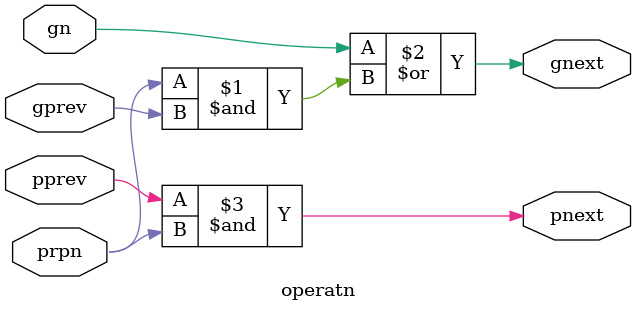
<source format=v>
`timescale 1ns / 1ps


module operatn(input prpn,gn,pprev,gprev,output pnext,gnext);
    assign gnext=gn|(prpn&gprev), pnext=pprev&prpn;
endmodule

</source>
